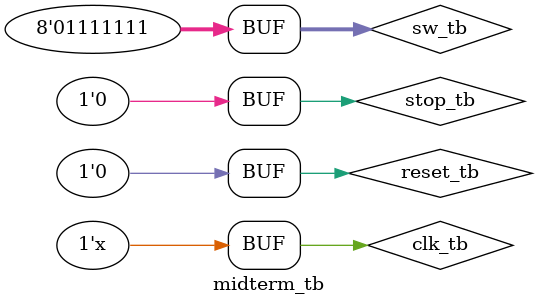
<source format=sv>
`timescale 1ns / 1ps

module midterm_tb;
logic clk_tb, reset_tb, stop_tb;
logic [7:0] sw_tb;
logic [15:0] led_tb;
logic [6:0] seg_tb;
logic [7:0] an_tb;

top uut(.clk(clk_tb), .reset(reset_tb), .stop(stop_tb), .sw(sw_tb), .led(led_tb), .seg(seg_tb), .an(an_tb));
initial begin
    clk_tb = 1;
    reset_tb = 1;
    stop_tb = 0;
    sw_tb = 8'b01111111;
    #10 reset_tb = 0;
end
always #5 clk_tb = ~clk_tb;
endmodule

</source>
